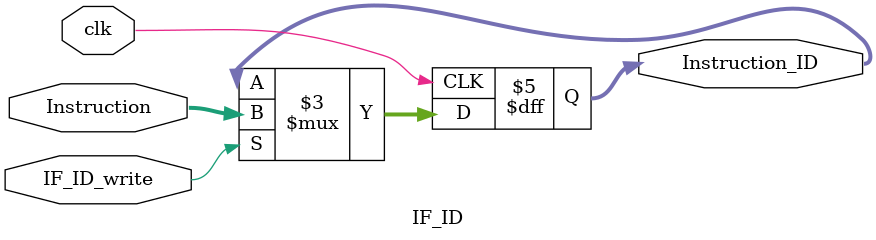
<source format=v>
module IF_ID 
(
    input [31:0] Instruction,
    input IF_ID_write,
    input clk,
    output reg [31:0] Instruction_ID
);

    always @(negedge clk)
    begin
        if (IF_ID_write == 1)
        begin
            Instruction_ID <= Instruction;
        end
    end

endmodule
</source>
